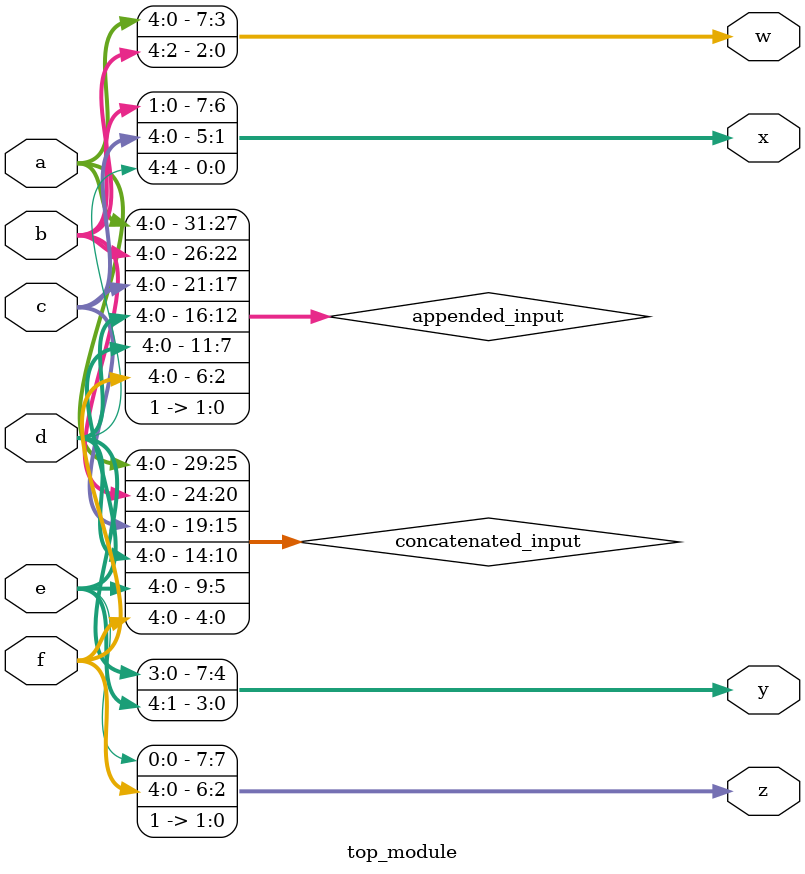
<source format=sv>
module top_module (
	input [4:0] a,
	input [4:0] b,
	input [4:0] c,
	input [4:0] d,
	input [4:0] e,
	input [4:0] f,
	output [7:0] w,
	output [7:0] x,
	output [7:0] y,
	output [7:0] z
);

	// Concatenating the input vectors
	wire [29:0] concatenated_input;
	assign concatenated_input = {a, b, c, d, e, f};
	
	// Appending two '1' bits to the concatenated input
	wire [31:0] appended_input;
	assign appended_input = {concatenated_input, 2'b11};
	
	// Splitting the concatenated and appended input into output vectors
	assign w = appended_input[31:24];
	assign x = appended_input[23:16];
	assign y = appended_input[15:8];
	assign z = appended_input[7:0];

endmodule

</source>
